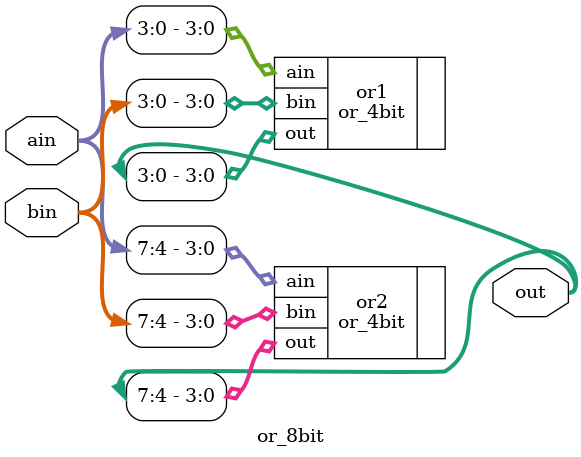
<source format=v>
module or_8bit (
	output [7:0] out,
	input [7:0] ain,
	input [7:0] bin
);

	or_4bit or1 (
		.out(out[3:0]),
		.ain(ain[3:0]),
		.bin(bin[3:0])
	);
	
	or_4bit or2 (
		.out(out[7:4]),
		.ain(ain[7:4]),
		.bin(bin[7:4])
	);

endmodule

</source>
